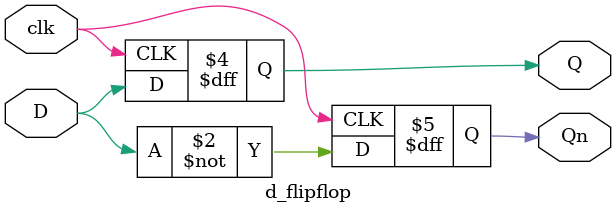
<source format=v>
module d_flipflop (D, clk, Q, Qn);
    input D, clk;
    output reg Q, Qn;

    initial begin
        Q = 0;
        Qn = 1;
    end

    always @(posedge clk) begin
        Q <= D;
        Qn <= ~D;
    end
    
endmodule
</source>
